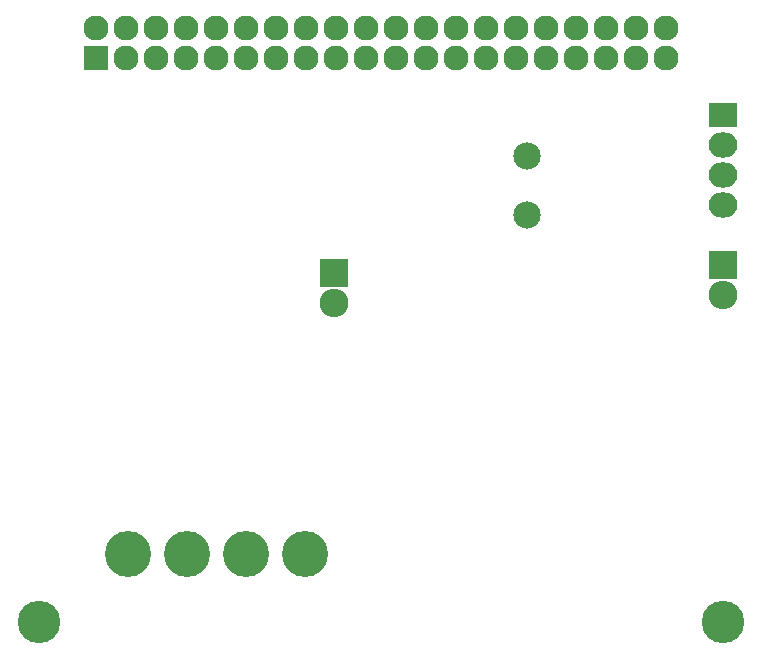
<source format=gbr>
G04 #@! TF.FileFunction,Soldermask,Bot*
%FSLAX46Y46*%
G04 Gerber Fmt 4.6, Leading zero omitted, Abs format (unit mm)*
G04 Created by KiCad (PCBNEW 4.1.0-alpha+201607200716+6988~46~ubuntu16.04.1-product) date Thu Jul 21 11:47:31 2016*
%MOMM*%
%LPD*%
G01*
G04 APERTURE LIST*
%ADD10C,0.100000*%
%ADD11R,2.432000X2.432000*%
%ADD12O,2.432000X2.432000*%
%ADD13R,2.127200X2.127200*%
%ADD14O,2.127200X2.127200*%
%ADD15R,2.432000X2.127200*%
%ADD16O,2.432000X2.127200*%
%ADD17C,3.900000*%
%ADD18C,2.305000*%
%ADD19C,3.600000*%
G04 APERTURE END LIST*
D10*
D11*
X168148000Y-73406000D03*
D12*
X168148000Y-75946000D03*
D13*
X115062000Y-55880000D03*
D14*
X115062000Y-53340000D03*
X117602000Y-55880000D03*
X117602000Y-53340000D03*
X120142000Y-55880000D03*
X120142000Y-53340000D03*
X122682000Y-55880000D03*
X122682000Y-53340000D03*
X125222000Y-55880000D03*
X125222000Y-53340000D03*
X127762000Y-55880000D03*
X127762000Y-53340000D03*
X130302000Y-55880000D03*
X130302000Y-53340000D03*
X132842000Y-55880000D03*
X132842000Y-53340000D03*
X135382000Y-55880000D03*
X135382000Y-53340000D03*
X137922000Y-55880000D03*
X137922000Y-53340000D03*
X140462000Y-55880000D03*
X140462000Y-53340000D03*
X143002000Y-55880000D03*
X143002000Y-53340000D03*
X145542000Y-55880000D03*
X145542000Y-53340000D03*
X148082000Y-55880000D03*
X148082000Y-53340000D03*
X150622000Y-55880000D03*
X150622000Y-53340000D03*
X153162000Y-55880000D03*
X153162000Y-53340000D03*
X155702000Y-55880000D03*
X155702000Y-53340000D03*
X158242000Y-55880000D03*
X158242000Y-53340000D03*
X160782000Y-55880000D03*
X160782000Y-53340000D03*
X163322000Y-55880000D03*
X163322000Y-53340000D03*
D15*
X168148000Y-60706000D03*
D16*
X168148000Y-63246000D03*
X168148000Y-65786000D03*
X168148000Y-68326000D03*
D11*
X135199000Y-74041000D03*
D12*
X135199000Y-76581000D03*
D17*
X132714000Y-97840000D03*
X127714000Y-97840000D03*
X122714000Y-97840000D03*
X117714000Y-97840000D03*
D18*
X151511000Y-69175000D03*
X151511000Y-64175000D03*
D19*
X110236000Y-103632000D03*
X168148000Y-103632000D03*
M02*

</source>
